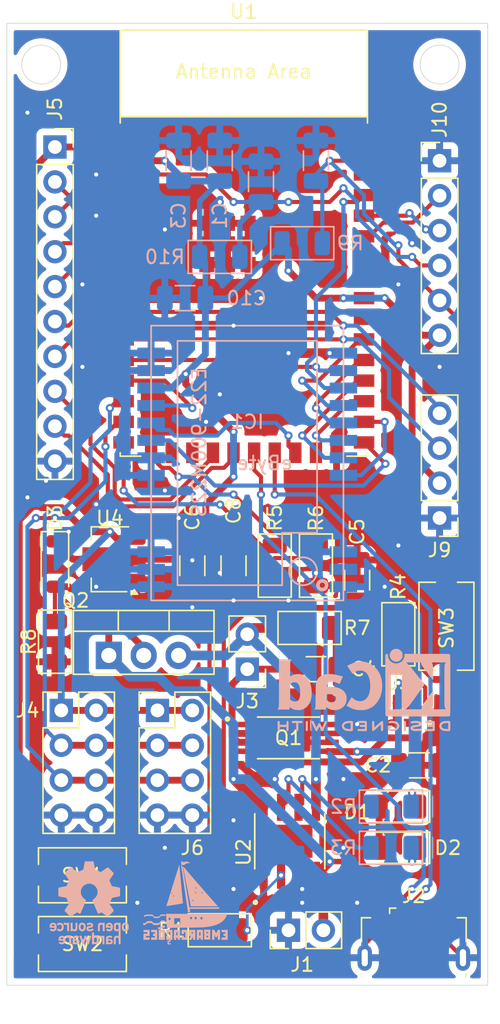
<source format=kicad_pcb>
(kicad_pcb (version 20240108) (generator "pcbnew") (generator_version "8.0")
  (layers (0 "F.Cu" signal) (31 "B.Cu" signal) (34 "B.Paste" user) (35 "F.Paste" user) (36 "B.SilkS" user "B.Silkscreen") (37 "F.SilkS" user "F.Silkscreen") (38 "B.Mask" user) (39 "F.Mask" user) (44 "Edge.Cuts" user))
  (net 0 "")
  (net 1 "GND")
  (net 2 "+3.3V")
  (net 3 "+5V")
  (net 4 "/BATERY_N")
  (net 5 "Net-(U3-VCC)")
  (net 6 "/BATERY")
  (net 7 "Net-(D3-K)")
  (net 8 "/reset")
  (net 9 "/gpio_00")
  (net 10 "Net-(D1-K)")
  (net 11 "Net-(D2-K)")
  (net 12 "/BUSY")
  (net 13 "/MISO")
  (net 14 "/RXEN")
  (net 15 "/DIO1")
  (net 16 "/DIO2")
  (net 17 "/MOSI")
  (net 18 "/NSS")
  (net 20 "/TXEN")
  (net 21 "/RST")
  (net 22 "/SCLK")
  (net 23 "/USB_D+")
  (net 24 "/USB_D-")
  (net 26 "/SDA")
  (net 27 "/SCL")
  (net 28 "/ADC_3")
  (net 29 "/ADC_0")
  (net 30 "/ADC_2")
  (net 31 "/DAC2")
  (net 32 "/DAC1")
  (net 33 "/ADC_4")
  (net 34 "/ADC_5")
  (net 35 "/ADC_1")
  (net 36 "/DISPLAY_SDA")
  (net 37 "/DISPLAY_SCL")
  (net 38 "/RX")
  (net 39 "/TX")
  (net 40 "Net-(U3-OC)")
  (net 43 "Net-(U3-OD)")
  (net 44 "Net-(U2-PROG)")
  (net 45 "Net-(U2-~{STDBY})")
  (net 46 "Net-(U2-~{CHRG})")
  (net 47 "Net-(U3-CS)")
  (net 48 "/BTN1")
  (net 49 "/BTN2")
  (footprint "Capacitor_SMD:C_1206_3216Metric" (layer "F.Cu") (at 116 88.525 90)
    (property "Reference" "C5")
    (property "Value" "100nF")
  )
  (footprint "PCM_Resistor_SMD_AKL:R_1206_3216Metric" (layer "F.Cu") (at 110 87.4625 90)
    (property "Reference" "R5")
    (property "Value" "15K" (hide yes))
  )
  (footprint "Diode_SMD:D_SOD-123" (layer "F.Cu") (at 94 87.35 -90)
    (property "Reference" "D3")
    (property "Value" "1N5819")
  )
  (footprint "LED_SMD:LED_1206_3216Metric" (layer "F.Cu") (at 119 108 180)
    (property "Reference" "D2")
    (property "Value" "LED")
  )
  (footprint "PCM_Resistor_SMD_AKL:R_1206_3216Metric" (layer "F.Cu") (at 106 114 180)
    (property "Reference" "R1")
    (property "Value" "1.2k" (hide yes))
  )
  (footprint "Connector_PinHeader_2.54mm:PinHeader_1x02_P2.54mm_Vertical" (layer "F.Cu") (at 111 114 90)
    (property "Reference" "J1")
    (property "Value" "Font Conector")
  )
  (footprint "Package_TO_SOT_SMD:SOT-89-3" (layer "F.Cu") (at 98 87 180)
    (property "Reference" "U4")
    (property "Value" "HT7833-1-SOT89")
  )
  (footprint "Connector_USB:USB_Micro-B_GCT_USB3076-30-A" (layer "F.Cu") (at 120.125 114.8)
    (property "Reference" "J2")
    (property "Value" "USB_B_Micro")
  )
  (footprint "Capacitor_SMD:C_1206_3216Metric" (layer "F.Cu") (at 104 87.475 -90)
    (property "Reference" "C6")
    (property "Value" "10uF")
  )
  (footprint "Capacitor_SMD:C_1206_3216Metric" (layer "F.Cu") (at 120.525 102)
    (property "Reference" "C2")
    (property "Value" "100nF")
  )
  (footprint "Package_TO_SOT_THT:TO-220-3_Vertical" (layer "F.Cu") (at 97.92 94)
    (property "Reference" "Q2")
    (property "Value" "IRF4905")
  )
  (footprint "Connector_PinHeader_2.54mm:PinHeader_1x02_P2.54mm_Vertical" (layer "F.Cu") (at 108 95 180)
    (property "Reference" "J3")
    (property "Value" "Batery Conector")
  )
  (footprint "Button_Switch_SMD:SW_Tactile_SPST_NO_Straight_CK_PTS636Sx25SMTRLFS" (layer "F.Cu") (at 96 110)
    (property "Reference" "SW1")
    (property "Value" "BTN1")
  )
  (footprint "DW01A:DW01A" (layer "F.Cu") (at 118.745 97.95 180)
    (property "Reference" "U3")
    (property "Value" "DW01A")
  )
  (footprint "Capacitor_SMD:C_1206_3216Metric" (layer "F.Cu") (at 107 87.475 -90)
    (property "Reference" "C8")
    (property "Value" "10uF")
  )
  (footprint "Connector_PinSocket_2.54mm:PinSocket_1x10_P2.54mm_Vertical" (layer "F.Cu") (at 94 57)
    (property "Reference" "J5")
    (property "Value" "ADC_DAC Pins")
  )
  (footprint "LED_SMD:LED_1206_3216Metric" (layer "F.Cu") (at 119 105 180)
    (property "Reference" "D1")
    (property "Value" "LED")
  )
  (footprint "Capacitor_SMD:C_1206_3216Metric" (layer "F.Cu") (at 113 95 180)
    (property "Reference" "C4")
    (property "Value" "100nF")
  )
  (footprint "TP4056:SOP127P600X175-9N" (layer "F.Cu") (at 111.095 107.525 90)
    (property "Reference" "U2")
    (property "Value" "TP4056")
  )
  (footprint "FS8205A:FS8205A" (layer "F.Cu") (at 111 100)
    (property "Reference" "Q1")
    (property "Value" "FS8205A")
  )
  (footprint "Connector_PinHeader_2.54mm:PinHeader_2x04_P2.54mm_Vertical" (layer "F.Cu") (at 101.46 98)
    (property "Reference" "J6")
    (property "Value" "I2C_Con")
  )
  (footprint "PCM_Resistor_SMD_AKL:R_1206_3216Metric" (layer "F.Cu") (at 113 87.4625 90)
    (property "Reference" "R6")
    (property "Value" "15K" (hide yes))
  )
  (footprint "Connector_PinHeader_2.54mm:PinHeader_1x06_P2.54mm_Vertical" (layer "F.Cu") (at 122 58)
    (property "Reference" "J10")
    (property "Value" "PGM")
  )
  (footprint "Button_Switch_SMD:SW_Tactile_SPST_NO_Straight_CK_PTS636Sx25SMTRLFS" (layer "F.Cu") (at 122.5 91.875 90)
    (property "Reference" "SW3")
    (property "Value" "RESET")
  )
  (footprint "PCM_Espressif:ESP32-S2-WROOM" (layer "F.Cu") (at 107.75 67.15)
    (property "Reference" "U1")
    (property "Value" "ESP32-S2-WROOM")
  )
  (footprint "PCM_Resistor_SMD_AKL:R_1206_3216Metric" (layer "F.Cu") (at 94 93 90)
    (property "Reference" "R8")
    (property "Value" "10K" (hide yes))
  )
  (footprint "Connector_PinHeader_2.54mm:PinHeader_2x04_P2.54mm_Vertical" (layer "F.Cu") (at 94.46 98)
    (property "Reference" "J4")
    (property "Value" "I2C_Con")
  )
  (footprint "PCM_Resistor_SMD_AKL:R_1206_3216Metric" (layer "F.Cu") (at 112.5375 92 180)
    (property "Reference" "R7")
    (property "Value" "100R" (hide yes))
  )
  (footprint "PCM_Resistor_SMD_AKL:R_1206_3216Metric" (layer "F.Cu") (at 119 92.4625 90)
    (property "Reference" "R4")
    (property "Value" "1K" (hide yes))
  )
  (footprint "Button_Switch_SMD:SW_Tactile_SPST_NO_Straight_CK_PTS636Sx25SMTRLFS" (layer "F.Cu") (at 96 115)
    (property "Reference" "SW2")
    (property "Value" "BTN2")
  )
  (footprint "Connector_PinHeader_2.54mm:PinHeader_1x04_P2.54mm_Vertical" (layer "F.Cu") (at 122 84 180)
    (property "Reference" "J9")
    (property "Value" "Display_I2C")
  )
  (footprint "Capacitor_SMD:C_1206_3216Metric" (layer "B.Cu") (at 106 58 -90)
    (property "Reference" "C1")
    (property "Value" "10uF")
  )
  (footprint "E22-900M22S:E22-900M22S" (layer "B.Cu") (at 108 80 180)
    (property "Reference" "IC1")
    (property "Value" "E22-900M22S")
  )
  (footprint "PCM_Resistor_SMD_AKL:R_1206_3216Metric" (layer "B.Cu") (at 112 64 180)
    (property "Reference" "R9")
    (property "Value" "15K" (hide yes))
  )
  (footprint "PCM_Resistor_SMD_AKL:R_1206_3216Metric" (layer "B.Cu") (at 118.4625 108)
    (property "Reference" "R3")
    (property "Value" "1k" (hide yes))
  )
  (footprint "Capacitor_SMD:C_1206_3216Metric" (layer "B.Cu") (at 103.475 68)
    (property "Reference" "C10")
    (property "Value" "100nF")
  )
  (footprint "PCM_Resistor_SMD_AKL:R_1206_3216Metric" (layer "B.Cu") (at 118.4625 105)
    (property "Reference" "R2")
    (property "Value" "1k" (hide yes))
  )
  (footprint "PCM_Resistor_SMD_AKL:R_1206_3216Metric" (layer "B.Cu") (at 106 65 180)
    (property "Reference" "R10")
    (property "Value" "15K" (hide yes))
  )
  (footprint "Symbol:OSHW-Logo_5.7x6mm_SilkScreen" (layer "B.Cu") (at 96.5 112 180)
    (property "Reference" "REF**" (hide yes))
    (property "Value" "OSHW-Logo_5.7x6mm_SilkScreen" (hide yes))
  )
  (footprint "custom_logos:embarcacoes_7.5x7.5" (layer "B.Cu") (at 103.5 112 180)
    (property "Reference" "")
    (property "Value" "" (hide yes))
  )
  (footprint "Capacitor_SMD:C_1206_3216Metric" (layer "B.Cu") (at 109 59.525 90)
    (property "Reference" "C9" (hide yes))
    (property "Value" "100nF")
  )
  (footprint "Capacitor_SMD:C_1206_3216Metric" (layer "B.Cu") (at 103 58 -90)
    (property "Reference" "C3")
    (property "Value" "100nF")
  )
  (footprint "Symbol:KiCad-Logo2_5mm_SilkScreen" (layer "B.Cu") (at 116.5 96.5 180)
    (property "Reference" "REF**" (hide yes))
    (property "Value" "KiCad-Logo2_5mm_SilkScreen" (hide yes))
  )
  (footprint "Capacitor_SMD:C_1206_3216Metric" (layer "B.Cu") (at 113 58 90)
    (property "Reference" "C7" (hide yes))
    (property "Value" "100nF")
  )
  (gr_rect (start 90.5 48) (end 125.5 118) (stroke (width 0.05)) (fill none) (layer "Edge.Cuts"))
  (gr_circle (center 93 51) (end 94 52) (stroke (width 0.05)) (fill none) (layer "Edge.Cuts"))
  (gr_circle (center 122 51) (end 123 52) (stroke (width 0.05)) (fill none) (layer "Edge.Cuts"))
  (segment (start 119 114.965) (end 117.805 113.77) (width 0.3) (layer "F.Cu") (net 1))
  (segment (start 122.445 114.745) (end 123.7 116) (width 0.3) (layer "F.Cu") (net 1))
  (segment (start 119 116) (end 119 114.965) (width 0.3) (layer "F.Cu") (net 1))
  (segment (start 112 111) (end 112 110.27) (width 0.3) (layer "F.Cu") (net 1))
  (segment (start 106.95 88.95) (end 106 88) (width 0.4) (layer "F.Cu") (net 1))
  (segment (start 122.445 113.77) (end 122.445 114.745) (width 0.3) (layer "F.Cu") (net 1))
  (segment (start 116.715 99.675) (end 117.49 98.9) (width 0.4) (layer "F.Cu") (net 1))
  (segment (start 116.55 116) (end 116.55 115.025) (width 0.3) (layer "F.Cu") (net 1))
  (segment (start 121.845 113.77) (end 121.425 113.35) (width 0.3) (layer "F.Cu") (net 1))
  (segment (start 121.25 116) (end 123.7 116) (width 0.3) (layer "F.Cu") (net 1))
  (segment (start 122.445 113.77) (end 122.445 114.805) (width 0.3) (layer "F.Cu") (net 1))
  (segment (start 113.88 99.675) (end 116.715 99.675) (width 0.4) (layer "F.Cu") (net 1))
  (segment (start 116.55 116) (end 119 116) (width 0.3) (layer "F.Cu") (net 1))
  (segment (start 121.25 116) (end 119 116) (width 0.3) (layer "F.Cu") (net 1))
  (segment (start 116.55 115.025) (end 117.805 113.77) (width 0.3) (layer "F.Cu") (net 1))
  (segment (start 122.445 113.77) (end 121.845 113.77) (width 0.3) (layer "F.Cu") (net 1))
  (segment (start 122.445 114.805) (end 121.25 116) (width 0.3) (layer "F.Cu") (net 1))
  (segment (start 107 88.95) (end 106.95 88.95) (width 0.4) (layer "F.Cu") (net 1))
  (segment (start 113.88 99.675) (end 113.88 100.325) (width 0.4) (layer "F.Cu") (net 1))
  (segment (start 112 110.27) (end 111.73 110) (width 0.3) (layer "F.Cu") (net 1))
  (via (at 107 111) (size 0.6) (drill 0.3) (layers "F.Cu" "B.Cu") (net 1))
  (via (at 118 89) (size 0.6) (drill 0.3) (layers "F.Cu" "B.Cu") (net 1))
  (via (at 119 86) (size 0.6) (drill 0.3) (layers "F.Cu" "B.Cu") (net 1))
  (via (at 111 72) (size 0.6) (drill 0.3) (layers "F.Cu" "B.Cu") (net 1))
  (via (at 110 103) (size 0.6) (drill 0.3) (layers "F.Cu" "B.Cu") (net 1))
  (via (at 107 90) (size 0.6) (drill 0.3) (layers "F.Cu" "B.Cu") (net 1))
  (via (at 95 85) (size 0.6) (drill 0.3) (layers "F.Cu" "B.Cu") (net 1))
  (via (at 102 82) (size 0.6) (drill 0.3) (layers "F.Cu" "B.Cu") (net 1))
  (via (at 115 108) (size 0.6) (drill 0.3) (layers "F.Cu" "B.Cu") (net 1))
  (via (at 106 75) (size 0.6) (drill 0.3) (layers "F.Cu" "B.Cu") (net 1))
  (via (at 120 64) (size 0.6) (drill 0.3) (layers "F.Cu" "B.Cu") (net 1))
  (via (at 114 72) (size 0.6) (drill 0.3) (layers "F.Cu" "B.Cu") (net 1))
  (via (at 107 70) (size 0.6) (drill 0.3) (layers "F.Cu" "B.Cu") (net 1))
  (via (at 116 99) (size 0.6) (drill 0.3) (layers "F.Cu" "B.Cu") (net 1))
  (via (at 104 90.5) (size 0.6) (drill 0.3) (layers "F.Cu" "B.Cu") (net 1))
  (via (at 97 62) (size 0.6) (drill 0.3) (layers "F.Cu" "B.Cu") (net 1))
  (via (at 97 59) (size 0.6) (drill 0.3) (layers "F.Cu" "B.Cu") (net 1))
  (via (at 100 112) (size 0.6) (drill 0.3) (layers "F.Cu" "B.Cu") (net 1))
  (via (at 106 61) (size 0.6) (drill 0.3) (layers "F.Cu" "B.Cu") (net 1))
  (via (at 97 89) (size 0.6) (drill 0.3) (layers "F.Cu" "B.Cu") (net 1))
  (via (at 113 88) (size 0.6) (drill 0.3) (layers "F.Cu" "B.Cu") (net 1))
  (via (at 96 67) (size 0.6) (drill 0.3) (layers "F.Cu" "B.Cu") (net 1))
  (via (at 96 73) (size 0.6) (drill 0.3) (layers "F.Cu" "B.Cu") (net 1))
  (via (at 112 111) (size 0.6) (drill 0.3) (layers "F.Cu" "B.Cu") (net 1))
  (via (at 104 87.075) (size 0.6) (drill 0.3) (layers "F.Cu" "B.Cu") (net 1))
  (via (at 97 83) (size 0.6) (drill 0.3) (layers "F.Cu" "B.Cu") (net 1))
  (via (at 92 54.5) (size 0.6) (drill 0.3) (layers "F.Cu" "B.Cu") (net 1))
  (via (at 103 84) (size 0.6) (drill 0.3) (layers "F.Cu" "B.Cu") (net 1))
  (via (at 112 112) (size 0.6) (drill 0.3) (layers "F.Cu" "B.Cu") (net 1))
  (via (at 106 88) (size 0.6) (drill 0.3) (layers "F.Cu" "B.Cu") (net 1))
  (via (at 116 112) (size 0.6) (drill 0.3) (layers "F.Cu" "B.Cu") (net 1))
  (via (at 111 90) (size 0.6) (drill 0.3) (layers "F.Cu" "B.Cu") (net 1))
  (via (at 93.349239 81.288578) (size 0.6) (drill 0.3) (layers "F.Cu" "B.Cu") (net 1))
  (via (at 105 77) (size 0.6) (drill 0.3) (layers "F.Cu" "B.Cu") (net 1))
  (via (at 102 63) (size 0.6) (drill 0.3) (layers "F.Cu" "B.Cu") (net 1))
  (via (at 92 82.5) (size 0.6) (drill 0.3) (layers "F.Cu" "B.Cu") (net 1))
  (via (at 115 103) (size 0.6) (drill 0.3) (layers "F.Cu" "B.Cu") (net 1))
  (via (at 119 67) (size 0.6) (drill 0.3) (layers "F.Cu" "B.Cu") (net 1))
  (via (at 109 68) (size 0.6) (drill 0.3) (layers "F.Cu" "B.Cu") (net 1))
  (via (at 107 106) (size 0.6) (drill 0.3) (layers "F.Cu" "B.Cu") (net 1))
  (via (at 122 73) (size 0.6) (drill 0.3) (layers "F.Cu" "B.Cu") (net 1))
  (via (at 102 108) (size 0.6) (drill 0.3) (layers "F.Cu" "B.Cu") (net 1))
  (segment (start 112 111) (end 112 108) (width 0.3) (layer "B.Cu") (net 1))
  (segment (start 112 108) (end 110 108) (width 0.3) (layer "B.Cu") (net 1))
  (segment (start 112 111) (end 112 112) (width 0.3) (layer "B.Cu") (net 1))
  (segment (start 110 108) (end 107 111) (width 0.3) (layer "B.Cu") (net 1))
  (segment (start 102.803122 85.225) (end 103.053122 84.975) (width 0.5) (layer "F.Cu") (net 2))
  (segment (start 104.985939 83.004062) (end 107 80.99) (width 0.5) (layer "F.Cu") (net 2))
  (segment (start 107 77.73) (end 103.52 74.25) (width 0.5) (layer "F.Cu") (net 2))
  (segment (start 103.52 74.25) (end 103.52 73.52) (width 0.5) (layer "F.Cu") (net 2))
  (segment (start 120 73) (end 121 72) (width 0.5) (layer "F.Cu") (net 2))
  (segment (start 92.440761 83.25) (end 91.5 84.190761) (width 0.3) (layer "F.Cu") (net 2))
  (segment (start 91.5 84.190761) (end 91.5 109.375) (width 0.3) (layer "F.Cu") (net 2))
  (segment (start 92.75 81.75) (end 92.689339 81.75) (width 0.5) (layer "F.Cu") (net 2))
  (segment (start 107 86) (end 105.35 86) (width 0.5) (layer "F.Cu") (net 2))
  (segment (start 99.95 85.5) (end 100.225 85.225) (width 0.5) (layer "F.Cu") (net 2))
  (segment (start 93 82) (end 92.75 81.75) (width 0.5) (layer "F.Cu") (net 2))
  (segment (start 92.125 115) (end 92.125 110) (width 0.3) (layer "F.Cu") (net 2))
  (segment (start 101.46 98) (end 104 98) (width 0.5) (layer "F.Cu") (net 2))
  (segment (start 98 57) (end 94 57) (width 0.5) (layer "F.Cu") (net 2))
  (segment (start 102.803122 85.225) (end 100.225 85.225) (width 0.5) (layer "F.Cu") (net 2))
  (segment (start 93 83.25) (end 93 82) (width 0.5) (layer "F.Cu") (net 2))
  (segment (start 94.5 83.25) (end 96.25 85) (width 0.5) (layer "F.Cu") (net 2))
  (segment (start 92 59) (end 94 57) (width 0.5) (layer "F.Cu") (net 2))
  (segment (start 105.35 85.378122) (end 104.946878 84.975) (width 0.5) (layer "F.Cu") (net 2))
  (segment (start 92.689339 81.75) (end 92 81.060661) (width 0.5) (layer "F.Cu") (net 2))
  (segment (start 93 83.25) (end 92.440761 83.25) (width 0.3) (layer "F.Cu") (net 2))
  (segment (start 121 71.7) (end 122 70.7) (width 0.5) (layer "F.Cu") (net 2))
  (segment (start 96.25 85) (end 98 85) (width 0.5) (layer "F.Cu") (net 2))
  (segment (start 113 68) (end 111 66) (width 0.5) (layer "F.Cu") (net 2))
  (segment (start 92 81.060661) (end 92 59) (width 0.5) (layer "F.Cu") (net 2))
  (segment (start 99.5 58) (end 99 57.5) (width 0.5) (layer "F.Cu") (net 2))
  (segment (start 93 83.25) (end 94.5 83.25) (width 0.5) (layer "F.Cu") (net 2))
  (segment (start 103.053122 84.975) (end 104.946878 84.975) (width 0.5) (layer "F.Cu") (net 2))
  (segment (start 120 79.46) (end 120 73) (width 0.5) (layer "F.Cu") (net 2))
  (segment (start 98.5 57.5) (end 98 57) (width 0.5) (layer "F.Cu") (net 2))
  (segment (start 98.5 85.5) (end 98 85) (width 0.5) (layer "F.Cu") (net 2))
  (segment (start 122 70.7) (end 120.7 70.7) (width 0.5) (layer "F.Cu") (net 2))
  (segment (start 99 57.5) (end 98.5 57.5) (width 0.5) (layer "F.Cu") (net 2))
  (segment (start 101.46 98) (end 97 98) (width 0.5) (layer "F.Cu") (net 2))
  (segment (start 99.95 85.5) (end 98.5 85.5) (width 0.5) (layer "F.Cu") (net 2))
  (segment (start 115 68) (end 113 68) (width 0.5) (layer "F.Cu") (net 2))
  (segment (start 102 58) (end 99.5 58) (width 0.5) (layer "F.Cu") (net 2))
  (segment (start 94.46 98) (end 97 98) (width 0.5) (layer "F.Cu") (net 2))
  (segment (start 91.5 109.375) (end 92.125 110) (width 0.3) (layer "F.Cu") (net 2))
  (segment (start 105.35 86) (end 105.35 85.378122) (width 0.5) (layer "F.Cu") (net 2))
  (segment (start 122 81.46) (end 120 79.46) (width 0.5) (layer "F.Cu") (net 2))
  (segment (start 120.7 70.7) (end 118 68) (width 0.5) (layer "F.Cu") (net 2))
  (segment (start 104.985939 85.014061) (end 104.985939 83.004062) (width 0.5) (layer "F.Cu") (net 2))
  (segment (start 104.946878 84.975) (end 104.985939 85.014061) (width 0.5) (layer "F.Cu") (net 2))
  (segment (start 121 72) (end 121 71.7) (width 0.5) (layer "F.Cu") (net 2))
  (via (at 107 80.99) (size 0.6) (drill 0.3) (layers "F.Cu" "B.Cu") (net 2))
  (via (at 115 68) (size 0.6) (drill 0.3) (layers "F.Cu" "B.Cu") (net 2))
  (via (at 103.52 73.52) (size 0.6) (drill 0.3) (layers "F.Cu" "B.Cu") (net 2))
  (via (at 98 85) (size 0.6) (drill 0.3) (layers "F.Cu" "B.Cu") (net 2))
  (via (at 118 68) (size 0.6) (drill 0.3) (layers "F.Cu" "B.Cu") (net 2))
  (via (at 111 66) (size 0.6) (drill 0.3) (layers "F.Cu" "B.Cu") (net 2))
  (via (at 102 58) (size 0.6) (drill 0.3) (layers "F.Cu" "B.Cu") (net 2))
  (via (at 107 77.73) (size 0.6) (drill 0.3) (layers "F.Cu" "B.Cu") (net 2))
  (segment (start 111 66) (end 111 64.4625) (width 0.5) (layer "B.Cu") (net 2))
  (segment (start 104.5375 60.9375) (end 106 59.475) (width 0.4) (layer "B.Cu") (net 2))
  (segment (start 101 74.54) (end 102.5 74.54) (width 0.5) (layer "B.Cu") (net 2))
  (segment (start 106.5375 68) (end 110.5375 64) (width 0.4) (layer "B.Cu") (net 2))
  (segment (start 104.5375 65) (end 104.5375 60.9375) (width 0.4) (layer "B.Cu") (net 2))
  (segment (start 102.5 74.54) (end 103.52 73.52) (width 0.5) (layer "B.Cu") (net 2))
  (segment (start 118 68) (end 115 68) (width 0.5) (layer "B.Cu") (net 2))
  (segment (start 98 85) (end 94.46 88.54) (width 0.5) (layer "B.Cu") (net 2))
  (segment (start 103 59.475) (end 106 59.475) (width 0.5) (layer "B.Cu") (net 2))
  (segment (start 104.95 68) (end 106.5375 68) (width 0.4) (layer "B.Cu") (net 2))
  (segment (start 107 80.99) (end 107 77.73) (width 0.5) (layer "B.Cu") (net 2))
  (segment (start 103.52 73.52) (end 104.95 72.09) (width 0.5) (layer "B.Cu") (net 2))
  (segment (start 104.95 65.4125) (end 104.5375 65) (width 0.4) (layer "B.Cu") (net 2))
  (segment (start 103 59) (end 102 58) (width 0.5) (layer "B.Cu") (net 2))
  (segment (start 104.95 72.09) (end 104.95 68) (width 0.5) (layer "B.Cu") (net 2))
  (segment (start 104.95 68) (end 104.95 65.4125) (width 0.4) (layer "B.Cu") (net 2))
  (segment (start 94.46 88.54) (end 94.46 98) (width 0.5) (layer "B.Cu") (net 2))
  (segment (start 103 59.475) (end 103 59) (width 0.5) (layer "B.Cu") (net 2))
  (segment (start 111 64.4625) (end 110.5375 64) (width 0.5) (layer "B.Cu") (net 2))
  (segment (start 97.92 91.92) (end 97.92 94) (width 0.5) (layer "F.Cu") (net 3))
  (segment (start 94 89) (end 95 89) (width 0.5) (layer "F.Cu") (net 3))
  (segment (start 114.975 109) (end 114 109) (width 0.4) (layer "F.Cu") (net 3))
  (segment (start 117.6 108) (end 117.6 108.4) (width 0.3) (layer "F.Cu") (net 3))
  (segment (start 113 110) (end 114 109) (width 0.7) (layer "F.Cu") (net 3))
  (segment (start 118.825 113.35) (end 118.825 112.85) (width 0.4) (layer "F.Cu") (net 3))
  (segment (start 118.825 109.225) (end 117.6 108) (width 0.4) (layer "F.Cu") (net 3))
  (segment (start 118.825 112.85) (end 114.975 109) (width 0.4) (layer "F.Cu") (net 3))
  (segment (start 117.6 105) (end 117.6 108) (width 0.5) (layer "F.Cu") (net 3))
  (segment (start 94 91.5375) (end 94 89) (width 0.3) (layer "F.Cu") (net 3))
  (segment (start 119.05 102) (end 119.05 103.55) (width 0.5) (layer "F.Cu") (net 3))
  (segment (start 113.54 114) (end 113.54 110) (width 0.7) (layer "F.Cu") (net 3))
  (segment (start 95 89) (end 97.92 91.92) (width 0.5) (layer "F.Cu") (net 3))
  (segment (start 109.19 105.05) (end 109.05 105.05) (width 0.7) (layer "F.Cu") (net 3))
  (segment (start 118.825 113.35) (end 118.825 109.225) (width 0.4) (layer "F.Cu") (net 3))
  (segment (start 113.54 110) (end 113 110) (width 0.7) (layer "F.Cu") (net 3))
  (segment (start 119.05 103.55) (end 117.6 105) (width 0.5) (layer "F.Cu") (net 3))
  (segment (start 109.05 105.05) (end 107 103) (width 0.7) (layer "F.Cu") (net 3))
  (via (at 114 109) (size 0.6) (drill 0.3) (layers "F.Cu" "B.Cu") (net 3))
  (via (at 107 103) (size 0.6) (drill 0.3) (layers "F.Cu" "B.Cu") (net 3))
  (segment (start 114 109) (end 108 103) (width 0.7) (layer "B.Cu") (net 3))
  (segment (start 108 103) (end 107 103) (width 0.7) (layer "B.Cu") (net 3))
  (segment (start 107 103) (end 107 99.020101) (width 0.7) (layer "B.Cu") (net 3))
  (segment (start 101.55 95.55) (end 99.47 95.55) (width 0.7) (layer "B.Cu") (net 3))
  (segment (start 102.6 96.6) (end 101.55 95.55) (width 0.7) (layer "B.Cu") (net 3))
  (segment (start 107 99.020101) (end 104.579899 96.6) (width 0.7) (layer "B.Cu") (net 3))
  (segment (start 104.579899 96.6) (end 102.6 96.6) (width 0.7) (layer "B.Cu") (net 3))
  (segment (start 99.47 95.55) (end 97.92 94) (width 0.7) (layer "B.Cu") (net 3))
  (segment (start 108.12 100.325) (end 107.340001 100.325) (width 0.5) (layer "F.Cu") (net 4))
  (segment (start 108.12 99.675) (end 107.164764 99.675) (width 0.5) (layer "F.Cu") (net 4))
  (segment (start 106.89 99.400236) (end 106.89 96.11) (width 0.5) (layer "F.Cu") (net 4))
  (segment (start 106.89 99.874999) (end 106.89 96.11) (width 0.5) (layer "F.Cu") (net 4))
  (segment (start 107.164764 99.675) (end 106.89 99.400236) (width 0.5) (layer "F.Cu") (net 4))
  (segment (start 107.340001 100.325) (end 106.89 99.874999) (width 0.5) (layer "F.Cu") (net 4))
  (segment (start 108.12 100.325) (end 108.12 99.675) (width 0.5) (layer "F.Cu") (net 4))
  (segment (start 111.525 95) (end 108 95) (width 0.5) (layer "F.Cu") (net 4))
  (segment (start 106.89 96.11) (end 108 95) (width 0.5) (layer "F.Cu") (net 4))
  (segment (start 114.475 96.04) (end 114.475 95) (width 0.5) (layer "F.Cu") (net 5))
  (segment (start 117.49 97.95) (end 116.385 97.95) (width 0.5) (layer "F.Cu") (net 5))
  (segment (start 116.385 97.95) (end 114.475 96.04) (width 0.5) (layer "F.Cu") (net 5))
  (segment (start 114.475 95) (end 114.475 92.475) (width 0.5) (layer "F.Cu") (net 5))
  (segment (start 114.475 92.475) (end 114 92) (width 0.5) (layer "F.Cu") (net 5))
  (segment (start 112.5 90.575) (end 115.425 90.575) (width 0.5) (layer "F.Cu") (net 6))
  (segment (start 115.425 90.575) (end 116 90) (width 0.5) (layer "F.Cu") (net 6))
  (segment (start 111.075 92) (end 108.46 92) (width 0.7) (layer "F.Cu") (net 6))
  (segment (start 113 105.05) (end 113 103) (width 0.7) (layer "F.Cu") (net 6))
  (segment (start 111.075 92) (end 112.5 90.575) (width 0.5) (layer "F.Cu") (net 6))
  (segment (start 108.46 92) (end 108 92.46) (width 0.7) (layer "F.Cu") (net 6))
  (via (at 113 103) (size 0.6) (drill 0.3) (layers "F.Cu" "B.Cu") (net 6))
  (segment (start 113 103) (end 113 97.46) (width 0.7) (layer "B.Cu") (net 6))
  (segment (start 103 94) (end 106.46 94) (width 0.7) (layer "B.Cu") (net 6))
  (segment (start 106.46 94) (end 108 92.46) (width 0.7) (layer "B.Cu") (net 6))
  (segment (start 113 97.46) (end 108 92.46) (width 0.7) (layer "B.Cu") (net 6))
  (segment (start 103 87) (end 104 86) (width 0.5) (layer "F.Cu") (net 7))
  (segment (start 98.85 91.85) (end 98.85 87.989172) (width 0.5) (layer "F.Cu") (net 7))
  (segment (start 99.8625 87) (end 103 87) (width 0.5) (layer "F.Cu") (net 7))
  (segment (start 100.46 94) (end 100.46 93.46) (width 0.5) (layer "F.Cu") (net 7))
  (segment (start 98.85 87.989172) (end 99.839172 87) (width 0.5) (layer "F.Cu") (net 7))
  (segment (start 100.46 93.46) (end 98.85 91.85) (width 0.5) (layer "F.Cu") (net 7))
  (segment (start 99.839172 87) (end 99.8625 87) (width 0.5) (layer "F.Cu") (net 7))
  (segment (start 95.3 87) (end 94 85.7) (width 0.5) (layer "F.Cu") (net 7))
  (segment (start 99.8625 87) (end 95.3 87) (width 0.5) (layer "F.Cu") (net 7))
  (segment (start 114 58) (end 116 58) (width 0.3) (layer "F.Cu") (net 8))
  (segment (start 122.5 88) (end 124 86.5) (width 0.3) (layer "F.Cu") (net 8))
  (segment (start 122 68.16) (end 119 65.16) (width 0.3) (layer "F.Cu") (net 8))
  (segment (start 116 58) (end 116.5 57.5) (width 0.3) (layer "F.Cu") (net 8))
  (segment (start 119 65.16) (end 119 64.15) (width 0.3) (layer "F.Cu") (net 8))
  (segment (start 124 70.16) (end 122 68.16) (width 0.3) (layer "F.Cu") (net 8))
  (segment (start 124 86.5) (end 124 70.16) (width 0.3) (layer "F.Cu") (net 8))
  (via (at 114 58) (size 0.6) (drill 0.3) (layers "F.Cu" "B.Cu") (net 8))
  (via (at 119 64.15) (size 0.6) (drill 0.3) (layers "F.Cu" "B.Cu") (net 8))
  (segment (start 116.5 60.5) (end 114 58) (width 0.3) (layer "B.Cu") (net 8))
  (segment (start 113 59.475) (end 113 59) (width 0.3) (layer "B.Cu") (net 8))
  (segment (start 118.787867 64.15) (end 116.5 61.862133) (width 0.3) (layer "B.Cu") (net 8))
  (segment (start 113 59) (end 114 58) (width 0.3) (layer "B.Cu") (net 8))
  (segment (start 119 64.15) (end 118.787867 64.15) (width 0.3) (layer "B.Cu") (net 8))
  (segment (start 113.4625 59.9375) (end 113 59.475) (width 0.3) (layer "B.Cu") (net 8))
  (segment (start 113.4625 64) (end 113.4625 59.9375) (width 0.3) (layer "B.Cu") (net 8))
  (segment (start 116.5 61.862133) (end 116.5 60.5) (width 0.3) (layer "B.Cu") (net 8))
  (segment (start 105 59) (end 107 61) (width 0.3) (layer "F.Cu") (net 9))
  (segment (start 122 65.62) (end 120.62 65.62) (width 0.3) (layer "F.Cu") (net 9))
  (segment (start 114 61) (end 111 61) (width 0.3) (layer "F.Cu") (net 9))
  (segment (start 99 59) (end 105 59) (width 0.3) (layer "F.Cu") (net 9))
  (segment (start 120.62 65.62) (end 120 65) (width 0.3) (layer "F.Cu") (net 9))
  (segment (start 115 60) (end 114 61) (width 0.3) (layer "F.Cu") (net 9))
  (via (at 120 65) (size 0.6) (drill 0.3) (layers "F.Cu" "B.Cu") (net 9))
  (via (at 115 60) (size 0.6) (drill 0.3) (layers "F.Cu" "B.Cu") (net 9))
  (via (at 107 61) (size 0.6) (drill 0.3) (layers "F.Cu" "B.Cu") (net 9))
  (via (at 111 61) (size 0.6) (drill 0.3) (layers "F.Cu" "B.Cu") (net 9))
  (segment (start 107.4625 62.5375) (end 109 61) (width 0.4) (layer "B.Cu") (net 9))
  (segment (start 116 62.069239) (end 116 61) (width 0.3) (layer "B.Cu") (net 9))
  (segment (start 116 61) (end 115 60) (width 0.3) (layer "B.Cu") (net 9))
  (segment (start 111 61) (end 109 61) (width 0.3) (layer "B.Cu") (net 9))
  (segment (start 107.4625 65) (end 107.4625 62.5375) (width 0.4) (layer "B.Cu") (net 9))
  (segment (start 107 61) (end 109 61) (width 0.3) (layer "B.Cu") (net 9))
  (segment (start 118.930761 65) (end 116 62.069239) (width 0.3) (layer "B.Cu") (net 9))
  (segment (start 120 65) (end 118.930761 65) (width 0.3) (layer "B.Cu") (net 9))
  (segment (start 120.4 104.4) (end 120 104) (width 0.3) (layer "F.Cu") (net 10))
  (segment (start 120.4 105) (end 120.4 104.4) (width 0.3) (layer "F.Cu") (net 10))
  (via (at 120 104) (size 0.6) (drill 0.3) (layers "F.Cu" "B.Cu") (net 10))
  (segment (start 120 104.925) (end 119.925 105) (width 0.3) (layer "B.Cu") (net 10))
  (segment (start 120 104) (end 120 104.925) (width 0.3) (layer "B.Cu") (net 10))
  (segment (start 120.4 108.6) (end 120 109) (width 0.3) (layer "F.Cu") (net 11))
  (segment (start 120.4 108) (end 120.4 108.6) (width 0.3) (layer "F.Cu") (net 11))
  (via (at 120 109) (size 0.6) (drill 0.3) (layers "F.Cu" "B.Cu") (net 11))
  (segment (start 120 108.075) (end 119.925 108) (width 0.3) (layer "B.Cu") (net 11))
  (segment (start 120 109) (end 120 108.075) (width 0.3) (layer "B.Cu") (net 11))
  (segment (start 115 61) (end 116 61) (width 0.3) (layer "F.Cu") (net 12))
  (segment (start 116 61) (end 116.5 60.5) (width 0.3) (layer "F.Cu") (net 12))
  (via (at 115 61) (size 0.6) (drill 0.3) (layers "F.Cu" "B.Cu") (net 12))
  (segment (start 115 66) (end 115 61) (width 0.3) (layer "B.Cu") (net 12))
  (segment (start 113 68) (end 115 66) (width 0.3) (layer "B.Cu") (net 12))
  (segment (start 113.620761 74.54) (end 112.35 73.269239) (width 0.3) (layer "B.Cu") (net 12))
  (segment (start 112.35 73.269239) (end 112.35 72.730761) (width 0.3) (layer "B.Cu") (net 12))
  (segment (start 112.35 72.730761) (end 113 72.080761) (width 0.3) (layer "B.Cu") (net 12))
  (segment (start 115 74.54) (end 113.620761 74.54) (width 0.3) (layer "B.Cu") (net 12))
  (segment (start 113 72.080761) (end 113 68) (width 0.3) (layer "B.Cu") (net 12))
  (segment (start 113 75.7) (end 116.2 72.5) (width 0.3) (layer "F.Cu") (net 13))
  (segment (start 113 76) (end 113 75.7) (width 0.3) (layer "F.Cu") (net 13))
  (segment (start 116.2 72.5) (end 116.5 72.5) (width 0.3) (layer "F.Cu") (net 13))
  (via (at 113 76) (size 0.6) (drill 0.3) (layers "F.Cu" "B.Cu") (net 13))
  (segment (start 115 77.08) (end 114.08 77.08) (width 0.3) (layer "B.Cu") (net 13))
  (segment (start 114.08 77.08) (end 113 76) (width 0.3) (layer "B.Cu") (net 13))
  (segment (start 118.05462 80.05462) (end 116.5 78.5) (width 0.3) (layer "F.Cu") (net 14))
  (via (at 118.05462 80.05462) (size 0.6) (drill 0.3) (layers "F.Cu" "B.Cu") (net 14))
  (segment (start 102.35 78.35) (end 105.64 81.64) (width 0.3) (layer "B.Cu") (net 14))
  (segment (start 116.46924 81.64) (end 118.05462 80.05462) (width 0.3) (layer "B.Cu") (net 14))
  (segment (start 101 78.35) (end 102.35 78.35) (width 0.3) (layer "B.Cu") (net 14))
  (segment (start 105.64 81.64) (end 116.46924 81.64) (width 0.3) (layer "B.Cu") (net 14))
  (segment (start 113 73) (end 107 73) (width 0.3) (layer "F.Cu") (net 15))
  (segment (start 107 73) (end 106.5 72.5) (width 0.3) (layer "F.Cu") (net 15))
  (segment (start 106.5 72.5) (end 99 72.5) (width 0.3) (layer "F.Cu") (net 15))
  (via (at 113 73) (size 0.6) (drill 0.3) (layers "F.Cu" "B.Cu") (net 15))
  (segment (start 113.27 73.27) (end 113 73) (width 0.3) (layer "B.Cu") (net 15))
  (segment (start 115 73.27) (end 113.27 73.27) (width 0.3) (layer "B.Cu") (net 15))
  (segment (start 104 76) (end 102 74) (width 0.3) (layer "F.Cu") (net 16))
  (segment (start 102 74) (end 99 74) (width 0.3) (layer "F.Cu") (net 16))
  (via (at 104 76) (size 0.6) (drill 0.3) (layers "F.Cu" "B.Cu") (net 16))
  (segment (start 104 76) (end 103.81 75.81) (width 0.3) (layer "B.Cu") (net 16))
  (segment (start 103.81 75.81) (end 101 75.81) (width 0.3) (layer "B.Cu") (net 16))
  (segment (start 113 78) (end 115.5 75.5) (width 0.3) (layer "F.Cu") (net 17))
  (segment (start 115.5 75.5) (end 116.5 75.5) (width 0.3) (layer "F.Cu") (net 17))
  (via (at 113 78) (size 0.6) (drill 0.3) (layers "F.Cu" "B.Cu") (net 17))
  (segment (start 115 78.35) (end 113.35 78.35) (width 0.3) (layer "B.Cu") (net 17))
  (segment (start 113.35 78.35) (end 113 78) (width 0.3) (layer "B.Cu") (net 17))
  (segment (start 118 77) (end 116.5 77) (width 0.3) (layer "F.Cu") (net 18))
  (via (at 118 77) (size 0.6) (drill 0.3) (layers "F.Cu" "B.Cu") (net 18))
  (segment (start 115 80.89) (end 116.3 80.89) (width 0.3) (layer "B.Cu") (net 18))
  (segment (start 116.3 80.89) (end 118 79.19) (width 0.3) (layer "B.Cu") (net 18))
  (segment (start 118 79.19) (end 118 77) (width 0.3) (layer "B.Cu") (net 18))
  (segment (start 111 78.75) (end 111.5 79.25) (width 0.3) (layer "F.Cu") (net 20))
  (segment (start 111 78) (end 111 78.75) (width 0.3) (layer "F.Cu") (net 20))
  (via (at 111 78) (size 0.6) (drill 0.3) (layers "F.Cu" "B.Cu") (net 20))
  (segment (start 101.52 77.6) (end 102.307106 77.6) (width 0.3) (layer "B.Cu") (net 20))
  (segment (start 105.810761 78) (end 106.730761 77.08) (width 0.3) (layer "B.Cu") (net 20))
  (segment (start 106.730761 77.08) (end 110.08 77.08) (width 0.3) (layer "B.Cu") (net 20))
  (segment (start 102.707106 78) (end 105.810761 78) (width 0.3) (layer "B.Cu") (net 20))
  (segment (start 102.307106 77.6) (end 102.707106 78) (width 0.3) (layer "B.Cu") (net 20))
  (segment (start 101 77.08) (end 101.52 77.6) (width 0.3) (layer "B.Cu") (net 20))
  (segment (start 110.08 77.08) (end 111 78) (width 0.3) (layer "B.Cu") (net 20))
  (segment (start 112 74) (end 113.2 74) (width 0.3) (layer "F.Cu") (net 21))
  (segment (start 113.2 74) (end 116.2 71) (width 0.3) (layer "F.Cu") (net 21))
  (segment (start 116.2 71) (end 116.5 71) (width 0.3) (layer "F.Cu") (net 21))
  (via (at 112 74) (size 0.6) (drill 0.3) (layers "F.Cu" "B.Cu") (net 21))
  (segment (start 113.81 75.81) (end 112 74) (width 0.3) (layer "B.Cu") (net 21))
  (segment (start 115 75.81) (end 113.81 75.81) (width 0.3) (layer "B.Cu") (net 21))
  (segment (start 116 74) (end 116.5 74) (width 0.3) (layer "F.Cu") (net 22))
  (segment (start 112 78) (end 116 74) (width 0.3) (layer "F.Cu") (net 22))
  (via (at 112 78) (size 0.6) (drill 0.3) (layers "F.Cu" "B.Cu") (net 22))
  (segment (start 115 79.62) (end 113.62 79.62) (width 0.3) (layer "B.Cu") (net 22))
  (segment (start 113.62 79.62) (end 112 78) (width 0.3) (layer "B.Cu") (net 22))
  (segment (start 120.125 111.875) (end 120.125 113.35) (width 0.3) (layer "F.Cu") (net 23))
  (segment (start 121 111) (end 120.125 111.875) (width 0.3) (layer "F.Cu") (net 23))
  (segment (start 110 79.25) (end 110 82.29) (width 0.3) (layer "F.Cu") (net 23))
  (via (at 121 111) (size 0.6) (drill 0.3) (layers "F.Cu" "B.Cu") (net 23))
  (via (at 110 82.29) (size 0.6) (drill 0.3) (layers "F.Cu" "B.Cu") (net 23))
  (segment (start 110 82.29) (end 112.93 82.29) (width 0.3) (layer "B.Cu") (net 23))
  (segment (start 121.3375 110.6625) (end 121 111) (width 0.3) (layer "B.Cu") (net 23))
  (segment (start 121.3375 90.6975) (end 121.3375 110.6625) (width 0.3) (layer "B.Cu") (net 23))
  (segment (start 112.93 82.29) (end 121.3375 90.6975) (width 0.3) (layer "B.Cu") (net 23))
  (segment (start 108.5 80.5) (end 108.5 79.25) (width 0.3) (layer "F.Cu") (net 24))
  (segment (start 119.475 113.35) (end 119.475 111.525) (width 0.3) (layer "F.Cu") (net 24))
  (segment (start 119.475 111.525) (end 120 111) (width 0.3) (layer "F.Cu") (net 24))
  (segment (start 109 81) (end 108.5 80.5) (width 0.3) (layer "F.Cu") (net 24))
  (segment (start 109 82.29) (end 109 81) (width 0.3) (layer "F.Cu") (net 24))
  (via (at 120 111) (size 0.6) (drill 0.3) (layers "F.Cu" "B.Cu") (net 24))
  (via (at 109 82.29) (size 0.6) (drill 0.3) (layers "F.Cu" "B.Cu") (net 24))
  (segment (start 120 111) (end 120.8375 110.1625) (width 0.3) (layer "B.Cu") (net 24))
  (segment (start 119.0125 105.880456) (end 119.0125 105.0125) (width 0.3) (layer "B.Cu") (net 24))
  (segment (start 120.8375 106.569544) (end 119.701588 106.569544) (width 0.3) (layer "B.Cu") (net 24))
  (segment (start 109 85.05) (end 109 82.29) (width 0.3) (layer "B.Cu") (net 24))
  (segment (start 120.8375 110.1625) (end 120.8375 106.569544) (width 0.3) (layer "B.Cu") (net 24))
  (segment (start 113.7 89.75) (end 109 85.05) (width 0.3) (layer "B.Cu") (net 24))
  (segment (start 119.0125 105.0125) (end 113.7 99.7) (width 0.3) (layer "B.Cu") (net 24))
  (segment (start 113.7 99.7) (end 113.7 89.75) (width 0.3) (layer "B.Cu") (net 24))
  (segment (start 119.701588 106.569544) (end 119.0125 105.880456) (width 0.3) (layer "B.Cu") (net 24))
  (segment (start 98.5 75.5) (end 98 76) (width 0.3) (layer "F.Cu") (net 26))
  (segment (start 101.46 100.54) (end 104 100.54) (width 0.5) (layer "F.Cu") (net 26))
  (segment (start 94.46 100.54) (end 97 100.54) (width 0.5) (layer "F.Cu") (net 26))
  (segment (start 97 100.54) (end 101.46 100.54) (width 0.5) (layer "F.Cu") (net 26))
  (segment (start 99 75.5) (end 98.5 75.5) (width 0.3) (layer "F.Cu") (net 26))
  (via (at 98 76) (size 0.6) (drill 0.3) (layers "F.Cu" "B.Cu") (net 26))
  (segment (start 98 77.557058) (end 96.588149 78.968909) (width 0.3) (layer "B.Cu") (net 26))
  (segment (start 98 76) (end 98 77.557058) (width 0.3) (layer "B.Cu") (net 26))
  (segment (start 96.588149 78.968909) (end 96.588149 81.411851) (width 0.3) (layer "B.Cu") (net 26))
  (segment (start 96.588149 81.411851) (end 94.65 83.35) (width 0.3) (layer "B.Cu") (net 26))
  (segment (start 93.26 83.820761) (end 93.26 99.34) (width 0.3) (layer "B.Cu") (net 26))
  (segment (start 93.26 99.34) (end 94.46 100.54) (width 0.3) (layer "B.Cu") (net 26))
  (segment (start 94.65 83.35) (end 93.730761 83.35) (width 0.3) (layer "B.Cu") (net 26))
  (segment (start 93.730761 83.35) (end 93.26 83.820761) (width 0.3) (layer "B.Cu") (net 26))
  (segment (start 94 84) (end 92.61 84) (width 0.3) (layer "F.Cu") (net 27))
  (segment (start 97.676298 78.8) (end 97.676298 77.923702) (width 0.3) (layer "F.Cu") (net 27))
  (segment (start 98.6 77) (end 99 77) (width 0.3) (layer "F.Cu") (net 27))
  (segment (start 94.46 103.08) (end 97 103.08) (width 0.5) (layer "F.Cu") (net 27))
  (segment (start 97 103.08) (end 101.46 103.08) (width 0.5) (layer "F.Cu") (net 27))
  (segment (start 101.46 103.08) (end 104 103.08) (width 0.5) (layer "F.Cu") (net 27))
  (segment (start 97.676298 77.923702) (end 98.6 77) (width 0.3) (layer "F.Cu") (net 27))
  (via (at 97.676298 78.8) (size 0.6) (drill 0.3) (layers "F.Cu" "B.Cu") (net 27))
  (via (at 94 84) (size 0.6) (drill 0.3) (layers "F.Cu" "B.Cu") (net 27))
  (via (at 92.61 84) (size 0.6) (drill 0.3) (layers "F.Cu" "B.Cu") (net 27))
  (segment (start 92 84.61) (end 92 100.62) (width 0.3) (layer "B.Cu") (net 27))
  (segment (start 97.676298 81.323702) (end 95 84) (width 0.3) (layer "B.Cu") (net 27))
  (segment (start 95 84) (end 94 84) (width 0.3) (layer "B.Cu") (net 27))
  (segment (start 97.676298 78.8) (end 97.676298 81.323702) (width 0.3) (layer "B.Cu") (net 27))
  (segment (start 92 100.62) (end 94.46 103.08) (width 0.3) (layer "B.Cu") (net 27))
  (segment (start 92.61 84) (end 92 84.61) (width 0.3) (layer "B.Cu") (net 27))
  (segment (start 94 67.16) (end 96.16 65) (width 0.3) (layer "F.Cu") (net 28))
  (segment (start 96.16 65) (end 99 65) (width 0.3) (layer "F.Cu") (net 28))
  (segment (start 94 59.54) (end 94.96 60.5) (width 0.3) (layer "F.Cu") (net 29))
  (segment (start 94.96 60.5) (end 99 60.5) (width 0.3) (layer "F.Cu") (net 29))
  (segment (start 94 64.62) (end 94.62 64) (width 0.3) (layer "F.Cu") (net 30))
  (segment (start 94.62 64) (end 98.5 64) (width 0.3) (layer "F.Cu") (net 30))
  (segment (start 98.5 64) (end 99 63.5) (width 0.3) (layer "F.Cu") (net 30))
  (segment (start 107 79.65) (end 107 79.25) (width 0.3) (layer "F.Cu") (net 31))
  (segment (start 94.68 78) (end 95 78) (width 0.3) (layer "F.Cu") (net 31))
  (segment (start 105.407106 80.35) (end 106.3 80.35) (width 0.3) (layer "F.Cu") (net 31))
  (segment (start 98.442894 83.15) (end 102.607106 83.15) (width 0.3) (layer "F.Cu") (net 31))
  (segment (start 97.85 80.85) (end 97.85 82.557106) (width 0.3) (layer "F.Cu") (net 31))
  (segment (start 94 77.32) (end 94.68 78) (width 0.3) (layer "F.Cu") (net 31))
  (segment (start 97.85 82.557106) (end 98.442894 83.15) (width 0.3) (layer "F.Cu") (net 31))
  (segment (start 95 78) (end 97.85 80.85) (width 0.3) (layer "F.Cu") (net 31))
  (segment (start 106.3 80.35) (end 107 79.65) (width 0.3) (layer "F.Cu") (net 31))
  (segment (start 102.607106 83.15) (end 105.407106 80.35) (width 0.3) (layer "F.Cu") (net 31))
  (segment (start 94 74.78) (end 96.588149 77.368149) (width 0.3) (layer "F.Cu") (net 32))
  (segment (start 102.4 82.65) (end 105.5 79.55) (width 0.3) (layer "F.Cu") (net 32))
  (segment (start 96.588149 78.63109) (end 97.407059 79.45) (width 0.3) (layer "F.Cu") (net 32))
  (segment (start 97.45 79.45) (end 98.35 80.35) (width 0.3) (layer "F.Cu") (net 32))
  (segment (start 98.35 80.35) (end 98.35 82.269239) (width 0.3) (layer "F.Cu") (net 32))
  (segment (start 97.407059 79.45) (end 97.45 79.45) (width 0.3) (layer "F.Cu") (net 32))
  (segment (start 98.730761 82.65) (end 102.4 82.65) (width 0.3) (layer "F.Cu") (net 32))
  (segment (start 98.35 82.269239) (end 98.730761 82.65) (width 0.3) (layer "F.Cu") (net 32))
  (segment (start 105.5 79.55) (end 105.5 79.25) (width 0.3) (layer "F.Cu") (net 32))
  (segment (start 96.588149 77.368149) (end 96.588149 78.63109) (width 0.3) (layer "F.Cu") (net 32))
  (segment (start 98.5 66.5) (end 99 66.5) (width 0.3) (layer "F.Cu") (net 33))
  (segment (start 95 70) (end 98.5 66.5) (width 0.3) (layer "F.Cu") (net 33))
  (segment (start 94 69.7) (end 94.3 70) (width 0.3) (layer "F.Cu") (net 33))
  (segment (start 94.3 70) (end 95 70) (width 0.3) (layer "F.Cu") (net 33))
  (segment (start 94 72.24) (end 98.24 68) (width 0.3) (layer "F.Cu") (net 34))
  (segment (start 98.24 68) (end 99 68) (width 0.3) (layer "F.Cu") (net 34))
  (segment (start 94 62.08) (end 95.08 61) (width 0.3) (layer "F.Cu") (net 35))
  (segment (start 98.6 62) (end 99 62) (width 0.3) (layer "F.Cu") (net 35))
  (segment (start 97.6 61) (end 98.6 62) (width 0.3) (layer "F.Cu") (net 35))
  (segment (start 95.08 61) (end 97.6 61) (width 0.3) (layer "F.Cu") (net 35))
  (segment (start 99 69.5) (end 99.5 69) (width 0.3) (layer "F.Cu") (net 36))
  (segment (start 99.5 69) (end 114 69) (width 0.3) (layer "F.Cu") (net 36))
  (segment (start 114 69) (end 115 70) (width 0.3) (layer "F.Cu") (net 36))
  (via (at 115 70) (size 0.6) (drill 0.3) (layers "F.Cu" "B.Cu") (net 36))
  (segment (start 116 70) (end 122 76) (width 0.3) (layer "B.Cu") (net 36))
  (segment (start 122 76) (end 122 76.38) (width 0.3) (layer "B.Cu") (net 36))
  (segment (start 115 70) (end 116 70) (width 0.3) (layer "B.Cu") (net 36))
  (segment (start 99 71) (end 115 71) (width 0.3) (layer "F.Cu") (net 37))
  (via (at 115 71) (size 0.6) (drill 0.3) (layers "F.Cu" "B.Cu") (net 37))
  (segment (start 118.317057 75.237057) (end 122 78.92) (width 0.3) (layer "B.Cu") (net 37))
  (segment (start 118.317057 73.217057) (end 118.317057 75.237057) (width 0.3) (layer "B.Cu") (net 37))
  (segment (start 116.1 71) (end 118.317057 73.217057) (width 0.3) (layer "B.Cu") (net 37))
  (segment (start 115 71) (end 116.1 71) (width 0.3) (layer "B.Cu") (net 37))
  (segment (start 121.08 63.08) (end 121 63) (width 0.3) (layer "F.Cu") (net 38))
  (segment (start 122 63.08) (end 121.08 63.08) (width 0.3) (layer "F.Cu") (net 38))
  (segment (start 119.81038 61.81038) (end 119.62076 62) (width 0.3) (layer "F.Cu") (net 38))
  (segment (start 119.62076 62) (end 116.5 62) (width 0.3) (layer "F.Cu") (net 38))
  (via (at 119.81038 61.81038) (size 0.6) (drill 0.3) (layers "F.Cu" "B.Cu") (net 38))
  (via (at 121 63) (size 0.6) (drill 0.3) (layers "F.Cu" "B.Cu") (net 38))
  (segment (start 121 63) (end 119.81038 61.81038) (width 0.3) (layer "B.Cu") (net 38))
  (segment (start 120.04 62.5) (end 117.9 62.5) (width 0.3) (layer "F.Cu") (net 39))
  (segment (start 122 60.54) (end 120.04 62.5) (width 0.3) (layer "F.Cu") (net 39))
  (segment (start 117.9 62.5) (end 116.9 63.5) (width 0.3) (layer "F.Cu") (net 39))
  (segment (start 116.9 63.5) (end 116.5 63.5) (width 0.3) (layer "F.Cu") (net 39))
  (segment (start 120 97) (end 119 96) (width 0.5) (layer "F.Cu") (net 40))
  (segment (start 116 101) (end 113.905 101) (width 0.5) (layer "F.Cu") (net 40))
  (segment (start 113.905 101) (end 113.88 100.975) (width 0.5) (layer "F.Cu") (net 40))
  (via (at 119 96) (size 0.6) (drill 0.3) (layers "F.Cu" "B.Cu") (net 40))
  (via (at 116 101) (size 0.6) (drill 0.3) (layers "F.Cu" "B.Cu") (net 40))
  (segment (start 119 101) (end 116 101) (width 0.5) (layer "B.Cu") (net 40))
  (segment (start 119 96) (end 119 101) (width 0.5) (layer "B.Cu") (net 40))
  (segment (start 118.060661 100) (end 116.310661 101.75) (width 0.5) (layer "F.Cu") (net 43))
  (segment (start 120 100) (end 118.060661 100) (width 0.5) (layer "F.Cu") (net 43))
  (segment (start 120 98.9) (end 120 100) (width 0.5) (layer "F.Cu") (net 43))
  (segment (start 108.845 101.75) (end 108.12 101.025) (width 0.5) (layer "F.Cu") (net 43))
  (segment (start 116.310661 101.75) (end 108.845 101.75) (width 0.5) (layer "F.Cu") (net 43))
  (segment (start 107.4625 114) (end 108 114) (width 0.2) (layer "F.Cu") (net 44))
  (via (at 110.46 110) (size 0.6) (drill 0.3) (layers "F.Cu" "B.Cu") (net 44))
  (via (at 108 114) (size 0.6) (drill 0.3) (layers "F.Cu" "B.Cu") (net 44))
  (segment (start 108 112.46) (end 110.46 110) (width 0.2) (layer "B.Cu") (net 44))
  (segment (start 108 114) (end 108 112.46) (width 0.2) (layer "B.Cu") (net 44))
  (segment (start 112 104.78) (end 111.73 105.05) (width 0.3) (layer "F.Cu") (net 45))
  (segment (start 112 103) (end 112 104.78) (width 0.3) (layer "F.Cu") (net 45))
  (via (at 112 103) (size 0.6) (drill 0.3) (layers "F.Cu" "B.Cu") (net 45))
  (segment (start 117 105) (end 114 105) (width 0.3) (layer "B.Cu") (net 45))
  (segment (start 114 105) (end 112 103) (width 0.3) (layer "B.Cu") (net 45))
  (segment (start 111 104.51) (end 110.46 105.05) (width 0.3) (layer "F.Cu") (net 46))
  (segment (start 111 103) (end 111 104.51) (width 0.3) (layer "F.Cu") (net 46))
  (via (at 111 103) (size 0.6) (drill 0.3) (layers "F.Cu" "B.Cu") (net 46))
  (segment (start 116 108) (end 111 103) (width 0.3) (layer "B.Cu") (net 46))
  (segment (start 117 108) (end 116 108) (width 0.3) (layer "B.Cu") (net 46))
  (segment (start 120.955 96.335) (end 119 94.38) (width 0.3) (layer "F.Cu") (net 47))
  (segment (start 120.65 97.95) (end 120.955 97.645) (width 0.3) (layer "F.Cu") (net 47))
  (segment (start 119 94.38) (end 119 93.925) (width 0.3) (layer "F.Cu") (net 47))
  (segment (start 120 97.95) (end 120.65 97.95) (width 0.3) (layer "F.Cu") (net 47))
  (segment (start 120.955 97.645) (end 120.955 96.335) (width 0.3) (layer "F.Cu") (net 47))
  (segment (start 99 82) (end 99 78.5) (width 0.3) (layer "F.Cu") (net 48))
  (segment (start 109 86) (end 106.025331 83.025331) (width 0.3) (layer "F.Cu") (net 48))
  (segment (start 110 86) (end 109 86) (width 0.3) (layer "F.Cu") (net 48))
  (segment (start 109 87) (end 110 86) (width 0.3) (layer "F.Cu") (net 48))
  (segment (start 105.25 87.709619) (end 105.959619 87) (width 0.3) (layer "F.Cu") (net 48))
  (segment (start 105.25 107.067057) (end 105.25 87.709619) (width 0.3) (layer "F.Cu") (net 48))
  (segment (start 99.875 110) (end 102.317057 110) (width 0.3) (layer "F.Cu") (net 48))
  (segment (start 105.959619 87) (end 109 87) (width 0.3) (layer "F.Cu") (net 48))
  (segment (start 102.317057 110) (end 105.25 107.067057) (width 0.3) (layer "F.Cu") (net 48))
  (via (at 106.025331 83.025331) (size 0.6) (drill 0.3) (layers "F.Cu" "B.Cu") (net 48))
  (via (at 99 82) (size 0.6) (drill 0.3) (layers "F.Cu" "B.Cu") (net 48))
  (segment (start 100 83) (end 99 82) (width 0.3) (layer "B.Cu") (net 48))
  (segment (start 106.025331 83.025331) (end 106 83) (width 0.3) (layer "B.Cu") (net 48))
  (segment (start 106 83) (end 100 83) (width 0.3) (layer "B.Cu") (net 48))
  (segment (start 99.875 115) (end 99.875 114.2) (width 0.3) (layer "F.Cu") (net 49))
  (segment (start 112.0875 85.0875) (end 109.7975 85.0875) (width 0.3) (layer "F.Cu") (net 49))
  (segment (start 99.875 114.2) (end 106.29 107.785) (width 0.3) (layer "F.Cu") (net 49))
  (segment (start 108.775 88.1375) (end 110 86.9125) (width 0.3) (layer "F.Cu") (net 49))
  (segment (start 108.775 89.987943) (end 108.775 88.1375) (width 0.3) (layer "F.Cu") (net 49))
  (segment (start 109.7975 85.0875) (end 107 82.29) (width 0.3) (layer "F.Cu") (net 49))
  (segment (start 112.0875 86.9125) (end 113 86) (width 0.3) (layer "F.Cu") (net 49))
  (segment (start 113 86) (end 112.0875 85.0875) (width 0.3) (layer "F.Cu") (net 49))
  (segment (start 101 79.55) (end 101 79.25) (width 0.3) (layer "F.Cu") (net 49))
  (segment (start 102.35 80.35) (end 101.8 80.35) (width 0.3) (layer "F.Cu") (net 49))
  (segment (start 110 86.9125) (end 112.0875 86.9125) (width 0.3) (layer "F.Cu") (net 49))
  (segment (start 106.29 92.472943) (end 108.775 89.987943) (width 0.3) (layer "F.Cu") (net 49))
  (segment (start 101.8 80.35) (end 101 79.55) (width 0.3) (layer "F.Cu") (net 49))
  (segment (start 103 81) (end 102.35 80.35) (width 0.3) (layer "F.Cu") (net 49))
  (segment (start 106.29 107.785) (end 106.29 92.472943) (width 0.3) (layer "F.Cu") (net 49))
  (via (at 103 81) (size 0.6) (drill 0.3) (layers "F.Cu" "B.Cu") (net 49))
  (via (at 107 82.29) (size 0.6) (drill 0.3) (layers "F.Cu" "B.Cu") (net 49))
  (segment (start 105.29 82.29) (end 104 81) (width 0.3) (layer "B.Cu") (net 49))
  (segment (start 107 82.29) (end 105.29 82.29) (width 0.3) (layer "B.Cu") (net 49))
  (segment (start 104 81) (end 103 81) (width 0.3) (layer "B.Cu") (net 49))
  (zone (net 1) (net_name "GND") (layers "F&B.Cu") (connect_pads (clearance 0.5)) (min_thickness 0.25) (fill yes (thermal_gap 0.5) (thermal_bridge_width 0.5))
    (polygon (pts (xy 126 48) (xy 90 48) (xy 90 118) (xy 126 118)))
  )
)
</source>
